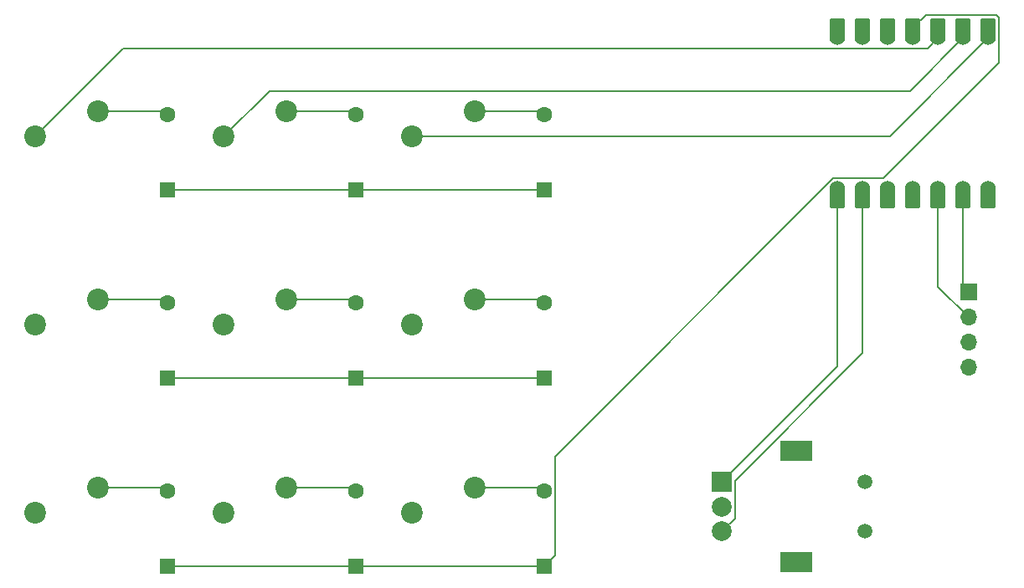
<source format=gbr>
%TF.GenerationSoftware,KiCad,Pcbnew,9.0.2*%
%TF.CreationDate,2025-07-02T20:50:27-04:00*%
%TF.ProjectId,Hackpad,4861636b-7061-4642-9e6b-696361645f70,rev?*%
%TF.SameCoordinates,Original*%
%TF.FileFunction,Copper,L1,Top*%
%TF.FilePolarity,Positive*%
%FSLAX46Y46*%
G04 Gerber Fmt 4.6, Leading zero omitted, Abs format (unit mm)*
G04 Created by KiCad (PCBNEW 9.0.2) date 2025-07-02 20:50:27*
%MOMM*%
%LPD*%
G01*
G04 APERTURE LIST*
G04 Aperture macros list*
%AMRoundRect*
0 Rectangle with rounded corners*
0 $1 Rounding radius*
0 $2 $3 $4 $5 $6 $7 $8 $9 X,Y pos of 4 corners*
0 Add a 4 corners polygon primitive as box body*
4,1,4,$2,$3,$4,$5,$6,$7,$8,$9,$2,$3,0*
0 Add four circle primitives for the rounded corners*
1,1,$1+$1,$2,$3*
1,1,$1+$1,$4,$5*
1,1,$1+$1,$6,$7*
1,1,$1+$1,$8,$9*
0 Add four rect primitives between the rounded corners*
20,1,$1+$1,$2,$3,$4,$5,0*
20,1,$1+$1,$4,$5,$6,$7,0*
20,1,$1+$1,$6,$7,$8,$9,0*
20,1,$1+$1,$8,$9,$2,$3,0*%
G04 Aperture macros list end*
%TA.AperFunction,ComponentPad*%
%ADD10O,1.700000X1.700000*%
%TD*%
%TA.AperFunction,ComponentPad*%
%ADD11R,1.700000X1.700000*%
%TD*%
%TA.AperFunction,ComponentPad*%
%ADD12C,2.200000*%
%TD*%
%TA.AperFunction,ComponentPad*%
%ADD13RoundRect,0.250000X0.550000X-0.550000X0.550000X0.550000X-0.550000X0.550000X-0.550000X-0.550000X0*%
%TD*%
%TA.AperFunction,ComponentPad*%
%ADD14C,1.600000*%
%TD*%
%TA.AperFunction,SMDPad,CuDef*%
%ADD15RoundRect,0.152400X0.609600X-1.063600X0.609600X1.063600X-0.609600X1.063600X-0.609600X-1.063600X0*%
%TD*%
%TA.AperFunction,ComponentPad*%
%ADD16C,1.524000*%
%TD*%
%TA.AperFunction,SMDPad,CuDef*%
%ADD17RoundRect,0.152400X-0.609600X1.063600X-0.609600X-1.063600X0.609600X-1.063600X0.609600X1.063600X0*%
%TD*%
%TA.AperFunction,ComponentPad*%
%ADD18C,1.500000*%
%TD*%
%TA.AperFunction,ComponentPad*%
%ADD19R,2.000000X2.000000*%
%TD*%
%TA.AperFunction,ComponentPad*%
%ADD20C,2.000000*%
%TD*%
%TA.AperFunction,ComponentPad*%
%ADD21R,3.200000X2.000000*%
%TD*%
%TA.AperFunction,Conductor*%
%ADD22C,0.200000*%
%TD*%
G04 APERTURE END LIST*
D10*
%TO.P,U2,4,SDA*%
%TO.N,OL_SDA*%
X223915000Y-87525000D03*
%TO.P,U2,3,SCL*%
%TO.N,OL_SCL*%
X223915000Y-84985000D03*
%TO.P,U2,2,VCC*%
%TO.N,Net-(U1-3V3)*%
X223915000Y-82445000D03*
D11*
%TO.P,U2,1,GND*%
%TO.N,GND*%
X223915000Y-79905000D03*
%TD*%
D12*
%TO.P,SW7,1,1*%
%TO.N,Net-(D7-A)*%
X135890000Y-99695000D03*
%TO.P,SW7,2,2*%
%TO.N,Col 0*%
X129540000Y-102235000D03*
%TD*%
%TO.P,SW5,1,1*%
%TO.N,Net-(D5-A)*%
X154940000Y-80645000D03*
%TO.P,SW5,2,2*%
%TO.N,Col 1*%
X148590000Y-83185000D03*
%TD*%
D13*
%TO.P,D9,1,K*%
%TO.N,Row 2*%
X180975000Y-107632500D03*
D14*
%TO.P,D9,2,A*%
%TO.N,Net-(D9-A)*%
X180975000Y-100012500D03*
%TD*%
D13*
%TO.P,D8,1,K*%
%TO.N,Row 2*%
X161925000Y-107632500D03*
D14*
%TO.P,D8,2,A*%
%TO.N,Net-(D8-A)*%
X161925000Y-100012500D03*
%TD*%
D13*
%TO.P,D6,1,K*%
%TO.N,Row 1*%
X180975000Y-88582500D03*
D14*
%TO.P,D6,2,A*%
%TO.N,Net-(D6-A)*%
X180975000Y-80962500D03*
%TD*%
D12*
%TO.P,SW1,1,1*%
%TO.N,Net-(D1-A)*%
X135890000Y-61595000D03*
%TO.P,SW1,2,2*%
%TO.N,Col 0*%
X129540000Y-64135000D03*
%TD*%
%TO.P,SW6,1,1*%
%TO.N,Net-(D6-A)*%
X173990000Y-80645000D03*
%TO.P,SW6,2,2*%
%TO.N,Col 2*%
X167640000Y-83185000D03*
%TD*%
%TO.P,SW2,1,1*%
%TO.N,Net-(D2-A)*%
X154940000Y-61595000D03*
%TO.P,SW2,2,2*%
%TO.N,Col 1*%
X148590000Y-64135000D03*
%TD*%
D15*
%TO.P,U1,1,GPIO26/ADC0/A0*%
%TO.N,Col 2*%
X225920000Y-53345000D03*
D16*
X225920000Y-54180000D03*
D15*
%TO.P,U1,2,GPIO27/ADC1/A1*%
%TO.N,Col 1*%
X223380000Y-53345000D03*
D16*
X223380000Y-54180000D03*
D15*
%TO.P,U1,3,GPIO28/ADC2/A2*%
%TO.N,Col 0*%
X220840000Y-53345000D03*
D16*
X220840000Y-54180000D03*
D15*
%TO.P,U1,4,GPIO29/ADC3/A3*%
%TO.N,Row 2*%
X218300000Y-53345000D03*
D16*
X218300000Y-54180000D03*
D15*
%TO.P,U1,5,GPIO6/SDA*%
%TO.N,OL_SDA*%
X215760000Y-53345000D03*
D16*
X215760000Y-54180000D03*
D15*
%TO.P,U1,6,GPIO7/SCL*%
%TO.N,OL_SCL*%
X213220000Y-53345000D03*
D16*
X213220000Y-54180000D03*
D15*
%TO.P,U1,7,GPIO0/TX*%
%TO.N,unconnected-(U1-GPIO0{slash}TX-Pad7)*%
X210680000Y-53345000D03*
D16*
X210680000Y-54180000D03*
%TO.P,U1,8,GPIO1/RX*%
%TO.N,EN_A*%
X210680000Y-69420000D03*
D17*
X210680000Y-70255000D03*
D16*
%TO.P,U1,9,GPIO2/SCK*%
%TO.N,EN_B*%
X213220000Y-69420000D03*
D17*
X213220000Y-70255000D03*
D16*
%TO.P,U1,10,GPIO4/MISO*%
%TO.N,Row 0*%
X215760000Y-69420000D03*
D17*
X215760000Y-70255000D03*
D16*
%TO.P,U1,11,GPIO3/MOSI*%
%TO.N,Row 1*%
X218300000Y-69420000D03*
D17*
X218300000Y-70255000D03*
D16*
%TO.P,U1,12,3V3*%
%TO.N,Net-(U1-3V3)*%
X220840000Y-69420000D03*
D17*
X220840000Y-70255000D03*
D16*
%TO.P,U1,13,GND*%
%TO.N,GND*%
X223380000Y-69420000D03*
D17*
X223380000Y-70255000D03*
D16*
%TO.P,U1,14,VBUS*%
%TO.N,+5V*%
X225920000Y-69420000D03*
D17*
X225920000Y-70255000D03*
%TD*%
D13*
%TO.P,D5,1,K*%
%TO.N,Row 1*%
X161925000Y-88582500D03*
D14*
%TO.P,D5,2,A*%
%TO.N,Net-(D5-A)*%
X161925000Y-80962500D03*
%TD*%
D12*
%TO.P,SW3,1,1*%
%TO.N,Net-(D3-A)*%
X173990000Y-61595000D03*
%TO.P,SW3,2,2*%
%TO.N,Col 2*%
X167640000Y-64135000D03*
%TD*%
%TO.P,SW8,1,1*%
%TO.N,Net-(D8-A)*%
X154940000Y-99695000D03*
%TO.P,SW8,2,2*%
%TO.N,Col 1*%
X148590000Y-102235000D03*
%TD*%
D13*
%TO.P,D4,1,K*%
%TO.N,Row 1*%
X142875000Y-88582500D03*
D14*
%TO.P,D4,2,A*%
%TO.N,Net-(D4-A)*%
X142875000Y-80962500D03*
%TD*%
D12*
%TO.P,SW9,1,1*%
%TO.N,Net-(D9-A)*%
X173990000Y-99695000D03*
%TO.P,SW9,2,2*%
%TO.N,Col 2*%
X167640000Y-102235000D03*
%TD*%
D13*
%TO.P,D1,1,K*%
%TO.N,Row 0*%
X142875000Y-69532500D03*
D14*
%TO.P,D1,2,A*%
%TO.N,Net-(D1-A)*%
X142875000Y-61912500D03*
%TD*%
D13*
%TO.P,D7,1,K*%
%TO.N,Row 2*%
X142875000Y-107632500D03*
D14*
%TO.P,D7,2,A*%
%TO.N,Net-(D7-A)*%
X142875000Y-100012500D03*
%TD*%
D13*
%TO.P,D2,1,K*%
%TO.N,Row 0*%
X161925000Y-69578750D03*
D14*
%TO.P,D2,2,A*%
%TO.N,Net-(D2-A)*%
X161925000Y-61958750D03*
%TD*%
D18*
%TO.P,SW10,*%
%TO.N,*%
X213475000Y-99100000D03*
X213475000Y-104100000D03*
D19*
%TO.P,SW10,A,A*%
%TO.N,EN_A*%
X198975000Y-99100000D03*
D20*
%TO.P,SW10,B,B*%
%TO.N,EN_B*%
X198975000Y-104100000D03*
%TO.P,SW10,C,C*%
%TO.N,GND*%
X198975000Y-101600000D03*
D21*
%TO.P,SW10,MP*%
%TO.N,N/C*%
X206475000Y-96000000D03*
X206475000Y-107200000D03*
%TD*%
D12*
%TO.P,SW4,1,1*%
%TO.N,Net-(D4-A)*%
X135890000Y-80645000D03*
%TO.P,SW4,2,2*%
%TO.N,Col 0*%
X129540000Y-83185000D03*
%TD*%
D13*
%TO.P,D3,1,K*%
%TO.N,Row 0*%
X180975000Y-69532500D03*
D14*
%TO.P,D3,2,A*%
%TO.N,Net-(D3-A)*%
X180975000Y-61912500D03*
%TD*%
D22*
%TO.N,Row 1*%
X142875000Y-88582500D02*
X161925000Y-88582500D01*
%TO.N,Net-(U1-3V3)*%
X220840000Y-79370000D02*
X223915000Y-82445000D01*
X220840000Y-69420000D02*
X220840000Y-79370000D01*
%TO.N,Row 2*%
X182076000Y-106531500D02*
X180975000Y-107632500D01*
X210239690Y-68357000D02*
X182076000Y-96520690D01*
X215319690Y-68357000D02*
X210239690Y-68357000D01*
X226983000Y-56693690D02*
X215319690Y-68357000D01*
X226983000Y-52089374D02*
X226983000Y-56693690D01*
X226721626Y-51828000D02*
X226983000Y-52089374D01*
X219574370Y-51828000D02*
X226721626Y-51828000D01*
X218300000Y-53102370D02*
X219574370Y-51828000D01*
X218300000Y-54180000D02*
X218300000Y-53102370D01*
%TO.N,GND*%
X223380000Y-70255000D02*
X223380000Y-79370000D01*
X223380000Y-79370000D02*
X223915000Y-79905000D01*
%TO.N,Row 0*%
X180975000Y-69532500D02*
X142875000Y-69532500D01*
%TO.N,Net-(D1-A)*%
X142557500Y-61595000D02*
X142875000Y-61912500D01*
X135890000Y-61595000D02*
X142557500Y-61595000D01*
%TO.N,Net-(D2-A)*%
X154940000Y-61595000D02*
X161561250Y-61595000D01*
X161561250Y-61595000D02*
X161925000Y-61958750D01*
%TO.N,Net-(D3-A)*%
X173990000Y-61595000D02*
X180657500Y-61595000D01*
X180657500Y-61595000D02*
X180975000Y-61912500D01*
%TO.N,Net-(D4-A)*%
X135890000Y-80645000D02*
X142557500Y-80645000D01*
X142557500Y-80645000D02*
X142875000Y-80962500D01*
%TO.N,Row 1*%
X161925000Y-88582500D02*
X180975000Y-88582500D01*
%TO.N,Net-(D5-A)*%
X161607500Y-80645000D02*
X161925000Y-80962500D01*
X154940000Y-80645000D02*
X161607500Y-80645000D01*
%TO.N,Net-(D6-A)*%
X180657500Y-80645000D02*
X180975000Y-80962500D01*
X173990000Y-80645000D02*
X180657500Y-80645000D01*
%TO.N,Row 2*%
X180975000Y-107632500D02*
X142875000Y-107632500D01*
%TO.N,Net-(D7-A)*%
X142557500Y-99695000D02*
X142875000Y-100012500D01*
X135890000Y-99695000D02*
X142557500Y-99695000D01*
%TO.N,Net-(D8-A)*%
X154940000Y-99695000D02*
X161607500Y-99695000D01*
X161607500Y-99695000D02*
X161925000Y-100012500D01*
%TO.N,Net-(D9-A)*%
X173990000Y-99695000D02*
X180657500Y-99695000D01*
X180657500Y-99695000D02*
X180975000Y-100012500D01*
%TO.N,Col 0*%
X138432000Y-55243000D02*
X129540000Y-64135000D01*
X219777000Y-55243000D02*
X138432000Y-55243000D01*
X220840000Y-54180000D02*
X219777000Y-55243000D01*
%TO.N,Col 1*%
X223380000Y-54180000D02*
X218028750Y-59531250D01*
X218028750Y-59531250D02*
X153193750Y-59531250D01*
X153193750Y-59531250D02*
X148590000Y-64135000D01*
%TO.N,Col 2*%
X215965000Y-64135000D02*
X167640000Y-64135000D01*
X225920000Y-54180000D02*
X215965000Y-64135000D01*
%TO.N,EN_B*%
X213220000Y-70255000D02*
X213220000Y-86053000D01*
X200276000Y-98997000D02*
X200276000Y-102799000D01*
X213220000Y-86053000D02*
X200276000Y-98997000D01*
X200276000Y-102799000D02*
X198975000Y-104100000D01*
%TO.N,EN_A*%
X210680000Y-87395000D02*
X198975000Y-99100000D01*
X210680000Y-69420000D02*
X210680000Y-87395000D01*
%TO.N,Row 2*%
X182076000Y-96520690D02*
X182076000Y-106531500D01*
%TD*%
M02*

</source>
